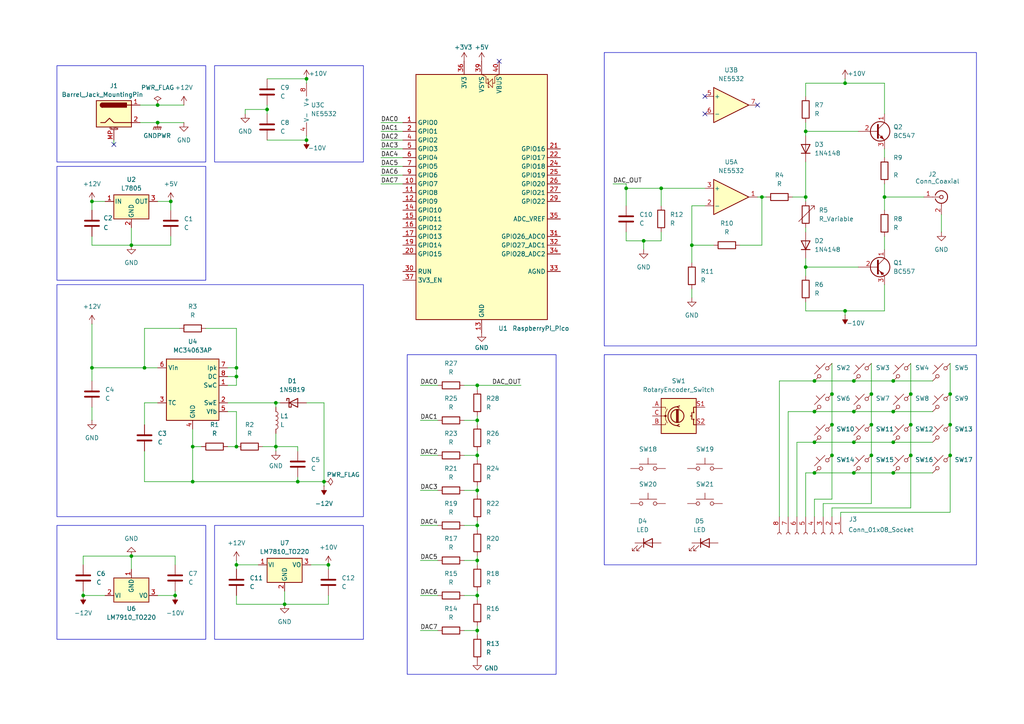
<source format=kicad_sch>
(kicad_sch (version 20231120) (generator "eeschema") (generator_version "8.0")
  (paper "A4")
  (junction (at 138.43 162.56))
  (junction (at 93.98 139.7))
  (junction (at 233.68 38.1))
  (junction (at 50.8 172.72))
  (junction (at 38.1 71.12))
  (junction (at 241.3 123.19))
  (junction (at 45.72 35.56))
  (junction (at 264.16 123.19))
  (junction (at 233.68 77.47))
  (junction (at 138.43 182.88))
  (junction (at 264.16 132.08))
  (junction (at 220.98 57.15))
  (junction (at 241.3 132.08))
  (junction (at 241.3 114.3))
  (junction (at 236.22 110.49))
  (junction (at 259.08 119.38))
  (junction (at 88.9 22.86))
  (junction (at 191.77 54.61))
  (junction (at 138.43 111.76))
  (junction (at 247.65 119.38))
  (junction (at 259.08 110.49))
  (junction (at 186.69 69.85))
  (junction (at 200.66 71.12))
  (junction (at 252.73 132.08))
  (junction (at 138.43 132.08))
  (junction (at 245.11 90.17))
  (junction (at 68.58 106.68))
  (junction (at 68.58 129.54))
  (junction (at 256.54 57.15))
  (junction (at 26.67 58.42))
  (junction (at 77.47 31.75))
  (junction (at 252.73 123.19))
  (junction (at 68.58 109.22))
  (junction (at 233.68 57.15))
  (junction (at 264.16 114.3))
  (junction (at 181.61 54.61))
  (junction (at 55.88 139.7))
  (junction (at 38.1 161.29))
  (junction (at 275.59 132.08))
  (junction (at 88.9 40.64))
  (junction (at 138.43 142.24))
  (junction (at 26.67 106.68))
  (junction (at 80.01 129.54))
  (junction (at 95.25 163.83))
  (junction (at 236.22 128.27))
  (junction (at 86.36 139.7))
  (junction (at 80.01 116.84))
  (junction (at 82.55 175.26))
  (junction (at 259.08 137.16))
  (junction (at 247.65 110.49))
  (junction (at 138.43 152.4))
  (junction (at 252.73 114.3))
  (junction (at 245.11 24.13))
  (junction (at 138.43 172.72))
  (junction (at 41.91 106.68))
  (junction (at 45.72 30.48))
  (junction (at 275.59 123.19))
  (junction (at 236.22 119.38))
  (junction (at 55.88 129.54))
  (junction (at 236.22 137.16))
  (junction (at 259.08 128.27))
  (junction (at 68.58 163.83))
  (junction (at 247.65 137.16))
  (junction (at 138.43 121.92))
  (junction (at 49.53 58.42))
  (junction (at 247.65 128.27))
  (junction (at 24.13 172.72))
  (junction (at 275.59 114.3))
  (no_connect (at 204.47 33.02))
  (no_connect (at 204.47 27.94))
  (no_connect (at 144.78 17.78))
  (no_connect (at 219.71 30.48))
  (no_connect (at 33.02 41.91))
  (wire (pts (xy 181.61 67.31) (xy 181.61 69.85)))
  (wire (pts (xy 110.49 53.34) (xy 116.84 53.34)))
  (wire (pts (xy 121.92 172.72) (xy 127 172.72)))
  (wire (pts (xy 38.1 161.29) (xy 50.8 161.29)))
  (wire (pts (xy 177.8 53.34) (xy 181.61 53.34)))
  (wire (pts (xy 134.62 182.88) (xy 138.43 182.88)))
  (wire (pts (xy 77.47 22.86) (xy 88.9 22.86)))
  (wire (pts (xy 256.54 68.58) (xy 256.54 72.39)))
  (wire (pts (xy 233.68 77.47) (xy 248.92 77.47)))
  (wire (pts (xy 68.58 163.83) (xy 74.93 163.83)))
  (wire (pts (xy 233.68 38.1) (xy 233.68 39.37)))
  (wire (pts (xy 45.72 58.42) (xy 49.53 58.42)))
  (wire (pts (xy 138.43 123.19) (xy 138.43 121.92)))
  (wire (pts (xy 24.13 172.72) (xy 30.48 172.72)))
  (wire (pts (xy 110.49 48.26) (xy 116.84 48.26)))
  (wire (pts (xy 226.06 110.49) (xy 226.06 149.86)))
  (wire (pts (xy 236.22 149.86) (xy 236.22 144.78)))
  (wire (pts (xy 186.69 69.85) (xy 191.77 69.85)))
  (wire (pts (xy 219.71 57.15) (xy 220.98 57.15)))
  (wire (pts (xy 256.54 57.15) (xy 256.54 60.96)))
  (wire (pts (xy 40.64 35.56) (xy 45.72 35.56)))
  (wire (pts (xy 110.49 43.18) (xy 116.84 43.18)))
  (wire (pts (xy 41.91 95.25) (xy 52.07 95.25)))
  (wire (pts (xy 134.62 142.24) (xy 138.43 142.24)))
  (wire (pts (xy 26.67 58.42) (xy 30.48 58.42)))
  (wire (pts (xy 247.65 110.49) (xy 236.22 110.49)))
  (wire (pts (xy 68.58 119.38) (xy 68.58 129.54)))
  (wire (pts (xy 121.92 142.24) (xy 127 142.24)))
  (wire (pts (xy 80.01 118.11) (xy 80.01 116.84)))
  (wire (pts (xy 138.43 182.88) (xy 138.43 181.61)))
  (wire (pts (xy 121.92 111.76) (xy 127 111.76)))
  (wire (pts (xy 138.43 142.24) (xy 138.43 140.97)))
  (wire (pts (xy 76.2 129.54) (xy 80.01 129.54)))
  (wire (pts (xy 191.77 54.61) (xy 191.77 59.69)))
  (wire (pts (xy 256.54 57.15) (xy 267.97 57.15)))
  (wire (pts (xy 88.9 22.86) (xy 88.9 24.13)))
  (wire (pts (xy 66.04 116.84) (xy 80.01 116.84)))
  (wire (pts (xy 264.16 132.08) (xy 264.16 147.32)))
  (wire (pts (xy 259.08 137.16) (xy 247.65 137.16)))
  (wire (pts (xy 138.43 121.92) (xy 138.43 120.65)))
  (wire (pts (xy 207.01 71.12) (xy 200.66 71.12)))
  (wire (pts (xy 233.68 137.16) (xy 233.68 149.86)))
  (wire (pts (xy 259.08 110.49) (xy 247.65 110.49)))
  (wire (pts (xy 134.62 132.08) (xy 138.43 132.08)))
  (wire (pts (xy 86.36 139.7) (xy 93.98 139.7)))
  (wire (pts (xy 181.61 53.34) (xy 181.61 54.61)))
  (wire (pts (xy 121.92 162.56) (xy 127 162.56)))
  (wire (pts (xy 88.9 116.84) (xy 93.98 116.84)))
  (wire (pts (xy 77.47 30.48) (xy 77.47 31.75)))
  (wire (pts (xy 40.64 30.48) (xy 45.72 30.48)))
  (wire (pts (xy 38.1 71.12) (xy 26.67 71.12)))
  (wire (pts (xy 233.68 35.56) (xy 233.68 38.1)))
  (wire (pts (xy 270.51 110.49) (xy 259.08 110.49)))
  (wire (pts (xy 41.91 106.68) (xy 41.91 95.25)))
  (wire (pts (xy 252.73 132.08) (xy 252.73 146.05)))
  (wire (pts (xy 26.67 118.11) (xy 26.67 121.92)))
  (wire (pts (xy 121.92 182.88) (xy 127 182.88)))
  (wire (pts (xy 252.73 114.3) (xy 252.73 123.19)))
  (wire (pts (xy 220.98 57.15) (xy 222.25 57.15)))
  (wire (pts (xy 134.62 162.56) (xy 138.43 162.56)))
  (wire (pts (xy 238.76 146.05) (xy 252.73 146.05)))
  (wire (pts (xy 59.69 95.25) (xy 68.58 95.25)))
  (wire (pts (xy 243.84 149.86) (xy 243.84 148.59)))
  (wire (pts (xy 82.55 171.45) (xy 82.55 175.26)))
  (wire (pts (xy 252.73 105.41) (xy 252.73 114.3)))
  (wire (pts (xy 38.1 71.12) (xy 49.53 71.12)))
  (wire (pts (xy 138.43 143.51) (xy 138.43 142.24)))
  (wire (pts (xy 41.91 116.84) (xy 45.72 116.84)))
  (wire (pts (xy 264.16 123.19) (xy 264.16 132.08)))
  (wire (pts (xy 138.43 133.35) (xy 138.43 132.08)))
  (wire (pts (xy 41.91 106.68) (xy 45.72 106.68)))
  (wire (pts (xy 214.63 71.12) (xy 220.98 71.12)))
  (wire (pts (xy 38.1 161.29) (xy 38.1 165.1)))
  (wire (pts (xy 233.68 80.01) (xy 233.68 77.47)))
  (wire (pts (xy 71.12 33.02) (xy 71.12 31.75)))
  (wire (pts (xy 231.14 128.27) (xy 231.14 149.86)))
  (wire (pts (xy 233.68 67.31) (xy 233.68 66.04)))
  (wire (pts (xy 233.68 24.13) (xy 245.11 24.13)))
  (wire (pts (xy 110.49 50.8) (xy 116.84 50.8)))
  (wire (pts (xy 66.04 109.22) (xy 68.58 109.22)))
  (wire (pts (xy 204.47 59.69) (xy 200.66 59.69)))
  (wire (pts (xy 233.68 38.1) (xy 248.92 38.1)))
  (wire (pts (xy 66.04 129.54) (xy 68.58 129.54)))
  (wire (pts (xy 241.3 149.86) (xy 241.3 147.32)))
  (wire (pts (xy 80.01 129.54) (xy 86.36 129.54)))
  (wire (pts (xy 233.68 77.47) (xy 233.68 74.93)))
  (wire (pts (xy 38.1 66.04) (xy 38.1 71.12)))
  (wire (pts (xy 228.6 119.38) (xy 228.6 149.86)))
  (wire (pts (xy 134.62 152.4) (xy 138.43 152.4)))
  (wire (pts (xy 229.87 57.15) (xy 233.68 57.15)))
  (wire (pts (xy 68.58 111.76) (xy 68.58 109.22)))
  (wire (pts (xy 138.43 152.4) (xy 138.43 151.13)))
  (wire (pts (xy 273.05 62.23) (xy 273.05 67.31)))
  (wire (pts (xy 241.3 144.78) (xy 241.3 132.08)))
  (wire (pts (xy 247.65 119.38) (xy 236.22 119.38)))
  (wire (pts (xy 55.88 129.54) (xy 55.88 139.7)))
  (wire (pts (xy 68.58 175.26) (xy 82.55 175.26)))
  (wire (pts (xy 68.58 165.1) (xy 68.58 163.83)))
  (wire (pts (xy 204.47 54.61) (xy 191.77 54.61)))
  (wire (pts (xy 233.68 90.17) (xy 245.11 90.17)))
  (wire (pts (xy 77.47 31.75) (xy 77.47 33.02)))
  (wire (pts (xy 245.11 90.17) (xy 256.54 90.17)))
  (wire (pts (xy 49.53 58.42) (xy 49.53 60.96)))
  (wire (pts (xy 24.13 171.45) (xy 24.13 172.72)))
  (wire (pts (xy 233.68 58.42) (xy 233.68 57.15)))
  (wire (pts (xy 95.25 165.1) (xy 95.25 163.83)))
  (wire (pts (xy 241.3 123.19) (xy 241.3 114.3)))
  (wire (pts (xy 86.36 130.81) (xy 86.36 129.54)))
  (wire (pts (xy 200.66 59.69) (xy 200.66 71.12)))
  (wire (pts (xy 270.51 119.38) (xy 259.08 119.38)))
  (wire (pts (xy 24.13 161.29) (xy 24.13 163.83)))
  (wire (pts (xy 110.49 35.56) (xy 116.84 35.56)))
  (wire (pts (xy 55.88 139.7) (xy 86.36 139.7)))
  (wire (pts (xy 80.01 129.54) (xy 80.01 130.81)))
  (wire (pts (xy 121.92 121.92) (xy 127 121.92)))
  (wire (pts (xy 93.98 139.7) (xy 93.98 140.97)))
  (wire (pts (xy 50.8 171.45) (xy 50.8 172.72)))
  (wire (pts (xy 241.3 147.32) (xy 264.16 147.32)))
  (wire (pts (xy 236.22 110.49) (xy 226.06 110.49)))
  (wire (pts (xy 66.04 106.68) (xy 68.58 106.68)))
  (wire (pts (xy 110.49 38.1) (xy 116.84 38.1)))
  (wire (pts (xy 66.04 119.38) (xy 68.58 119.38)))
  (wire (pts (xy 95.25 172.72) (xy 95.25 175.26)))
  (wire (pts (xy 134.62 172.72) (xy 138.43 172.72)))
  (wire (pts (xy 77.47 40.64) (xy 88.9 40.64)))
  (wire (pts (xy 41.91 123.19) (xy 41.91 116.84)))
  (wire (pts (xy 41.91 139.7) (xy 55.88 139.7)))
  (wire (pts (xy 138.43 113.03) (xy 138.43 111.76)))
  (wire (pts (xy 247.65 137.16) (xy 236.22 137.16)))
  (wire (pts (xy 41.91 130.81) (xy 41.91 139.7)))
  (wire (pts (xy 49.53 68.58) (xy 49.53 71.12)))
  (wire (pts (xy 245.11 24.13) (xy 256.54 24.13)))
  (wire (pts (xy 138.43 184.15) (xy 138.43 182.88)))
  (wire (pts (xy 33.02 41.91) (xy 33.02 40.64)))
  (wire (pts (xy 26.67 68.58) (xy 26.67 71.12)))
  (wire (pts (xy 68.58 172.72) (xy 68.58 175.26)))
  (wire (pts (xy 121.92 132.08) (xy 127 132.08)))
  (wire (pts (xy 134.62 121.92) (xy 138.43 121.92)))
  (wire (pts (xy 186.69 69.85) (xy 186.69 72.39)))
  (wire (pts (xy 256.54 33.02) (xy 256.54 24.13)))
  (wire (pts (xy 66.04 111.76) (xy 68.58 111.76)))
  (wire (pts (xy 236.22 137.16) (xy 233.68 137.16)))
  (wire (pts (xy 26.67 106.68) (xy 41.91 106.68)))
  (wire (pts (xy 270.51 137.16) (xy 259.08 137.16)))
  (wire (pts (xy 236.22 144.78) (xy 241.3 144.78)))
  (wire (pts (xy 275.59 123.19) (xy 275.59 132.08)))
  (wire (pts (xy 264.16 105.41) (xy 264.16 114.3)))
  (wire (pts (xy 233.68 46.99) (xy 233.68 57.15)))
  (wire (pts (xy 200.66 71.12) (xy 200.66 76.2)))
  (wire (pts (xy 138.43 172.72) (xy 138.43 171.45)))
  (wire (pts (xy 247.65 128.27) (xy 236.22 128.27)))
  (wire (pts (xy 245.11 91.44) (xy 245.11 90.17)))
  (wire (pts (xy 93.98 116.84) (xy 93.98 139.7)))
  (wire (pts (xy 138.43 153.67) (xy 138.43 152.4)))
  (wire (pts (xy 26.67 106.68) (xy 26.67 110.49)))
  (wire (pts (xy 138.43 163.83) (xy 138.43 162.56)))
  (wire (pts (xy 259.08 128.27) (xy 247.65 128.27)))
  (wire (pts (xy 45.72 30.48) (xy 53.34 30.48)))
  (wire (pts (xy 243.84 148.59) (xy 275.59 148.59)))
  (wire (pts (xy 68.58 95.25) (xy 68.58 106.68)))
  (wire (pts (xy 90.17 163.83) (xy 95.25 163.83)))
  (wire (pts (xy 238.76 149.86) (xy 238.76 146.05)))
  (wire (pts (xy 252.73 123.19) (xy 252.73 132.08)))
  (wire (pts (xy 50.8 161.29) (xy 50.8 163.83)))
  (wire (pts (xy 259.08 119.38) (xy 247.65 119.38)))
  (wire (pts (xy 233.68 24.13) (xy 233.68 27.94)))
  (wire (pts (xy 71.12 31.75) (xy 77.47 31.75)))
  (wire (pts (xy 233.68 90.17) (xy 233.68 87.63)))
  (wire (pts (xy 68.58 162.56) (xy 68.58 163.83)))
  (wire (pts (xy 45.72 35.56) (xy 53.34 35.56)))
  (wire (pts (xy 134.62 111.76) (xy 138.43 111.76)))
  (wire (pts (xy 68.58 106.68) (xy 68.58 109.22)))
  (wire (pts (xy 26.67 58.42) (xy 26.67 60.96)))
  (wire (pts (xy 82.55 175.26) (xy 95.25 175.26)))
  (wire (pts (xy 270.51 128.27) (xy 259.08 128.27)))
  (wire (pts (xy 256.54 53.34) (xy 256.54 57.15)))
  (wire (pts (xy 110.49 45.72) (xy 116.84 45.72)))
  (wire (pts (xy 86.36 138.43) (xy 86.36 139.7)))
  (wire (pts (xy 45.72 172.72) (xy 50.8 172.72)))
  (wire (pts (xy 241.3 132.08) (xy 241.3 123.19)))
  (wire (pts (xy 110.49 40.64) (xy 116.84 40.64)))
  (wire (pts (xy 24.13 161.29) (xy 38.1 161.29)))
  (wire (pts (xy 220.98 57.15) (xy 220.98 71.12)))
  (wire (pts (xy 58.42 129.54) (xy 55.88 129.54)))
  (wire (pts (xy 181.61 54.61) (xy 181.61 59.69)))
  (wire (pts (xy 138.43 173.99) (xy 138.43 172.72)))
  (wire (pts (xy 200.66 83.82) (xy 200.66 86.36)))
  (wire (pts (xy 88.9 40.64) (xy 88.9 39.37)))
  (wire (pts (xy 181.61 54.61) (xy 191.77 54.61)))
  (wire (pts (xy 256.54 43.18) (xy 256.54 45.72)))
  (wire (pts (xy 275.59 114.3) (xy 275.59 123.19)))
  (wire (pts (xy 191.77 67.31) (xy 191.77 69.85)))
  (wire (pts (xy 181.61 69.85) (xy 186.69 69.85)))
  (wire (pts (xy 138.43 111.76) (xy 151.13 111.76)))
  (wire (pts (xy 264.16 114.3) (xy 264.16 123.19)))
  (wire (pts (xy 121.92 152.4) (xy 127 152.4)))
  (wire (pts (xy 138.43 162.56) (xy 138.43 161.29)))
  (wire (pts (xy 80.01 125.73) (xy 80.01 129.54)))
  (wire (pts (xy 241.3 114.3) (xy 241.3 105.41)))
  (wire (pts (xy 236.22 119.38) (xy 228.6 119.38)))
  (wire (pts (xy 138.43 132.08) (xy 138.43 130.81)))
  (wire (pts (xy 256.54 82.55) (xy 256.54 90.17)))
  (wire (pts (xy 245.11 22.86) (xy 245.11 24.13)))
  (wire (pts (xy 275.59 132.08) (xy 275.59 148.59)))
  (wire (pts (xy 26.67 93.98) (xy 26.67 106.68)))
  (wire (pts (xy 275.59 105.41) (xy 275.59 114.3)))
  (wire (pts (xy 236.22 128.27) (xy 231.14 128.27)))
  (wire (pts (xy 55.88 124.46) (xy 55.88 129.54)))
  (wire (pts (xy 80.01 116.84) (xy 81.28 116.84)))
  (rectangle (start 16.51 152.4) (end 59.69 185.42))
  (rectangle (start 16.51 82.55) (end 105.41 149.86))
  (rectangle (start 62.23 152.4) (end 105.41 185.42))
  (rectangle (start 16.51 48.26) (end 59.69 81.28))
  (rectangle (start 62.23 19.05) (end 105.41 46.99))
  (rectangle (start 175.26 102.87) (end 283.21 163.83))
  (rectangle (start 118.11 102.87) (end 161.29 195.58))
  (rectangle (start 175.26 15.24) (end 283.21 100.33))
  (rectangle (start 16.51 19.05) (end 59.69 46.99))
  (label "DAC4" (at 110.49 45.72 0))
  (label "DAC7" (at 110.49 53.34 0))
  (label "DAC3" (at 121.92 142.24 0))
  (label "DAC0" (at 121.92 111.76 0))
  (label "DAC3" (at 110.49 43.18 0))
  (label "DAC6" (at 121.92 172.72 0))
  (label "DAC2" (at 121.92 132.08 0))
  (label "DAC4" (at 121.92 152.4 0))
  (label "DAC1" (at 121.92 121.92 0))
  (label "DAC5" (at 110.49 48.26 0))
  (label "DAC6" (at 110.49 50.8 0))
  (label "DAC_OUT" (at 177.8 53.34 0))
  (label "DAC0" (at 110.49 35.56 0))
  (label "DAC_OUT" (at 151.13 111.76 180))
  (label "DAC7" (at 121.92 182.88 0))
  (label "DAC1" (at 110.49 38.1 0))
  (label "DAC5" (at 121.92 162.56 0))
  (label "DAC2" (at 110.49 40.64 0))
  (symbol (lib_id "power:-10V") (at 88.9 40.64 180) (unit 1)
    (property "Reference" "#PWR024" (effects (hide yes)))
    (property "Value" "-10V" (at 91.948 42.926 0))
    (property "Description" "Power symbol creates a global label with name \"-10V\"" (effects (hide yes)))
  )
  (symbol (lib_id "Switch:SW_Push_45deg") (at 250.19 116.84 90) (unit 1)
    (property "Reference" "SW7" (at 254 115.5699 90) (effects (justify right)))
    (property "Value" "SW_Push_45deg" (effects (hide yes)))
    (property "Description" "Push button switch, normally open, two pins, 45° tilted" (effects (hide yes)))
  )
  (symbol (lib_id "Device:R") (at 210.82 71.12 90) (unit 1)
    (property "Reference" "R10" (at 210.82 64.77 90))
    (property "Value" "R" (at 210.82 67.31 90))
    (property "Description" "Resistor" (effects (hide yes)))
  )
  (symbol (lib_id "power:+10V") (at 245.11 22.86 0) (unit 1)
    (property "Reference" "#PWR028" (effects (hide yes)))
    (property "Value" "+10V" (at 248.412 21.336 0))
    (property "Description" "Power symbol creates a global label with name \"+10V\"" (effects (hide yes)))
  )
  (symbol (lib_id "Switch:SW_Push") (at 204.47 135.89 0) (unit 1)
    (property "Reference" "SW19" (at 204.47 130.302 0))
    (property "Value" "SW_Push" (effects (hide yes)))
    (property "Description" "Push button switch, generic, two pins" (effects (hide yes)))
  )
  (symbol (lib_id "power:GNDPWR") (at 45.72 35.56 0) (unit 1)
    (property "Reference" "#PWR03" (effects (hide yes)))
    (property "Value" "GNDPWR" (at 45.593 39.37 0))
    (property "Description" "Power symbol creates a global label with name \"GNDPWR\" , global ground" (effects (hide yes)))
  )
  (symbol (lib_id "power:+5V") (at 139.7 17.78 0) (unit 1)
    (property "Reference" "#PWR026" (effects (hide yes)))
    (property "Value" "+5V" (at 139.7 13.716 0))
    (property "Description" "Power symbol creates a global label with name \"+5V\"" (effects (hide yes)))
  )
  (symbol (lib_id "Diode:1N4148") (at 233.68 71.12 90) (unit 1)
    (property "Reference" "D2" (at 236.22 69.8499 90) (effects (justify right)))
    (property "Value" "1N4148" (at 236.22 72.3899 90) (effects (justify right)))
    (property "Footprint" "Diode_THT:D_DO-35_SOD27_P7.62mm_Horizontal" (effects (hide yes)))
    (property "Datasheet" "https://assets.nexperia.com/documents/data-sheet/1N4148_1N4448.pdf" (effects (hide yes)))
    (property "Description" "100V 0.15A standard switching diode, DO-35" (effects (hide yes)))
    (property "Sim.Device" "D" (effects (hide yes)))
    (property "Sim.Pins" "1=K 2=A" (effects (hide yes)))
  )
  (symbol (lib_id "Device:R") (at 138.43 167.64 180) (unit 1)
    (property "Reference" "R18" (at 140.97 166.3699 0) (effects (justify right)))
    (property "Value" "R" (at 140.97 168.9099 0) (effects (justify right)))
    (property "Description" "Resistor" (effects (hide yes)))
  )
  (symbol (lib_id "Device:R") (at 226.06 57.15 90) (unit 1)
    (property "Reference" "R4" (at 226.06 50.8 90))
    (property "Value" "R" (at 226.06 53.34 90))
    (property "Description" "Resistor" (effects (hide yes)))
  )
  (symbol (lib_id "Switch:SW_Push_45deg") (at 261.62 107.95 90) (unit 1)
    (property "Reference" "SW4" (at 265.43 106.6799 90) (effects (justify right)))
    (property "Value" "SW_Push_45deg" (effects (hide yes)))
    (property "Description" "Push button switch, normally open, two pins, 45° tilted" (effects (hide yes)))
  )
  (symbol (lib_id "Device:R") (at 233.68 83.82 180) (unit 1)
    (property "Reference" "R6" (at 236.22 82.5499 0) (effects (justify right)))
    (property "Value" "R" (at 236.22 85.0899 0) (effects (justify right)))
    (property "Description" "Resistor" (effects (hide yes)))
  )
  (symbol (lib_id "Device:R") (at 256.54 49.53 180) (unit 1)
    (property "Reference" "R9" (at 259.08 45.7199 0) (effects (justify right)))
    (property "Value" "R" (at 259.08 50.7999 0) (effects (justify right)))
    (property "Description" "Resistor" (effects (hide yes)))
  )
  (symbol (lib_id "Device:R") (at 130.81 111.76 270) (unit 1)
    (property "Reference" "R27" (at 130.81 105.41 90))
    (property "Value" "R" (at 130.81 107.95 90))
    (property "Description" "Resistor" (effects (hide yes)))
  )
  (symbol (lib_id "Transistor_BJT:BC557") (at 254 77.47 0) (unit 1)
    (property "Reference" "Q1" (at 259.08 76.1999 0) (effects (justify left)))
    (property "Value" "BC557" (at 259.08 78.7399 0) (effects (justify left)))
    (property "Footprint" "Package_TO_SOT_THT:TO-92_Inline" (effects (hide yes)))
    (property "Datasheet" "https://www.onsemi.com/pub/Collateral/BC556BTA-D.pdf" (effects (hide yes)))
    (property "Description" "0.1A Ic, 45V Vce, PNP Small Signal Transistor, TO-92" (effects (hide yes)))
  )
  (symbol (lib_id "Amplifier_Operational:NE5532") (at 212.09 57.15 0) (unit 1)
    (property "Reference" "U5" (at 212.09 46.99 0))
    (property "Value" "NE5532" (at 212.09 49.53 0))
    (property "Datasheet" "http://www.ti.com/lit/ds/symlink/ne5532.pdf" (effects (hide yes)))
    (property "Description" "Dual Low-Noise Operational Amplifiers, DIP-8/SOIC-8" (effects (hide yes)))
  )
  (symbol (lib_id "power:GND") (at 186.69 72.39 0) (unit 1)
    (property "Reference" "#PWR014" (effects (hide yes)))
    (property "Value" "GND" (at 186.69 77.47 0))
    (property "Description" "Power symbol creates a global label with name \"GND\" , ground" (effects (hide yes)))
  )
  (symbol (lib_id "Switch:SW_Push_45deg") (at 238.76 134.62 90) (unit 1)
    (property "Reference" "SW14" (at 242.57 133.3499 90) (effects (justify right)))
    (property "Value" "SW_Push_45deg" (effects (hide yes)))
    (property "Description" "Push button switch, normally open, two pins, 45° tilted" (effects (hide yes)))
  )
  (symbol (lib_id "power:-10V") (at 50.8 172.72 180) (unit 1)
    (property "Reference" "#PWR019" (effects (hide yes)))
    (property "Value" "-10V" (at 50.8 177.8 0))
    (property "Description" "Power symbol creates a global label with name \"-10V\"" (effects (hide yes)))
  )
  (symbol (lib_id "Device:C") (at 41.91 127 0) (unit 1)
    (property "Reference" "C3" (at 45.72 125.7299 0) (effects (justify left)))
    (property "Value" "C" (at 45.72 128.2699 0) (effects (justify left)))
    (property "Description" "Unpolarized capacitor" (effects (hide yes)))
  )
  (symbol (lib_id "power:+10V") (at 88.9 22.86 0) (unit 1)
    (property "Reference" "#PWR023" (effects (hide yes)))
    (property "Value" "+10V" (at 92.202 21.336 0))
    (property "Description" "Power symbol creates a global label with name \"+10V\"" (effects (hide yes)))
  )
  (symbol (lib_id "Device:L") (at 80.01 121.92 0) (unit 1)
    (property "Reference" "L1" (at 81.28 120.6499 0) (effects (justify left)))
    (property "Value" "L" (at 81.28 123.1899 0) (effects (justify left)))
    (property "Description" "Inductor" (effects (hide yes)))
  )
  (symbol (lib_id "Regulator_Linear:LM7910_TO220") (at 38.1 172.72 0) (unit 1)
    (property "Reference" "U6" (at 38.1 176.53 0))
    (property "Value" "LM7910_TO220" (at 38.1 179.07 0))
    (property "Footprint" "Package_TO_SOT_THT:TO-220-3_Vertical" (effects (hide yes)))
    (property "Datasheet" "https://www.onsemi.com/pub/Collateral/MC7900-D.PDF" (effects (hide yes)))
    (property "Description" "Negative 1A 35V Linear Regulator, Fixed Output 10V, TO-220" (effects (hide yes)))
  )
  (symbol (lib_id "power:GND") (at 38.1 71.12 0) (unit 1)
    (property "Reference" "#PWR04" (effects (hide yes)))
    (property "Value" "GND" (at 38.1 76.2 0))
    (property "Description" "Power symbol creates a global label with name \"GND\" , ground" (effects (hide yes)))
  )
  (symbol (lib_id "Device:R") (at 55.88 95.25 90) (unit 1)
    (property "Reference" "R3" (at 55.88 88.9 90))
    (property "Value" "R" (at 55.88 91.44 90))
    (property "Description" "Resistor" (effects (hide yes)))
  )
  (symbol (lib_id "Switch:SW_Push_45deg") (at 238.76 116.84 90) (unit 1)
    (property "Reference" "SW6" (at 242.57 115.5699 90) (effects (justify right)))
    (property "Value" "SW_Push_45deg" (effects (hide yes)))
    (property "Description" "Push button switch, normally open, two pins, 45° tilted" (effects (hide yes)))
  )
  (symbol (lib_id "Device:C") (at 77.47 36.83 0) (unit 1)
    (property "Reference" "C8" (at 81.28 35.5599 0) (effects (justify left)))
    (property "Value" "C" (at 81.28 38.0999 0) (effects (justify left)))
    (property "Description" "Unpolarized capacitor" (effects (hide yes)))
  )
  (symbol (lib_id "Device:C") (at 181.61 63.5 0) (unit 1)
    (property "Reference" "C10" (at 185.42 62.2299 0) (effects (justify left)))
    (property "Value" "C" (at 185.42 64.7699 0) (effects (justify left)))
    (property "Description" "Unpolarized capacitor" (effects (hide yes)))
  )
  (symbol (lib_id "Device:R") (at 130.81 121.92 270) (unit 1)
    (property "Reference" "R25" (at 130.81 115.57 90))
    (property "Value" "R" (at 130.81 118.11 90))
    (property "Description" "Resistor" (effects (hide yes)))
  )
  (symbol (lib_id "Switch:SW_Push_45deg") (at 261.62 134.62 90) (unit 1)
    (property "Reference" "SW16" (at 265.43 133.3499 90) (effects (justify right)))
    (property "Value" "SW_Push_45deg" (effects (hide yes)))
    (property "Description" "Push button switch, normally open, two pins, 45° tilted" (effects (hide yes)))
  )
  (symbol (lib_id "Device:R") (at 138.43 147.32 180) (unit 1)
    (property "Reference" "R22" (at 140.97 146.0499 0) (effects (justify right)))
    (property "Value" "R" (at 140.97 148.5899 0) (effects (justify right)))
    (property "Description" "Resistor" (effects (hide yes)))
  )
  (symbol (lib_id "Switch:SW_Push_45deg") (at 273.05 116.84 90) (unit 1)
    (property "Reference" "SW9" (at 276.86 115.5699 90) (effects (justify right)))
    (property "Value" "SW_Push_45deg" (effects (hide yes)))
    (property "Description" "Push button switch, normally open, two pins, 45° tilted" (effects (hide yes)))
  )
  (symbol (lib_id "MCU_Module_RaspberryPi_Pico:RaspberryPi_Pico") (at 139.7 58.42 0) (unit 1)
    (property "Reference" "U1" (at 144.526 95.25 0) (effects (justify left)))
    (property "Value" "RaspberryPi_Pico" (at 148.59 95.25 0) (effects (justify left)))
    (property "Footprint" "Module_RaspberryPi_Pico:RaspberryPi_Pico_Common" (effects (hide yes)))
    (property "Datasheet" "https://datasheets.raspberrypi.com/pico/pico-datasheet.pdf" (effects (hide yes)))
    (property "Description" "Versatile and inexpensive microcontroller module (with full pinout for reflow soldering) powered by RP2040 dual-core Arm Cortex-M0+ processor up to 133 MHz, 264kB SRAM, 2MB QSPI flash" (effects (hide yes)))
  )
  (symbol (lib_id "power:-10V") (at 245.11 91.44 180) (unit 1)
    (property "Reference" "#PWR029" (effects (hide yes)))
    (property "Value" "-10V" (at 248.158 93.726 0))
    (property "Description" "Power symbol creates a global label with name \"-10V\"" (effects (hide yes)))
  )
  (symbol (lib_id "Device:R") (at 62.23 129.54 90) (unit 1)
    (property "Reference" "R1" (at 62.23 123.19 90))
    (property "Value" "R" (at 62.23 125.73 90))
    (property "Description" "Resistor" (effects (hide yes)))
  )
  (symbol (lib_id "Diode:1N5819") (at 85.09 116.84 0) (unit 1)
    (property "Reference" "D1" (at 84.7725 110.49 0))
    (property "Value" "1N5819" (at 84.7725 113.03 0))
    (property "Footprint" "Diode_THT:D_DO-41_SOD81_P10.16mm_Horizontal" (effects (hide yes)))
    (property "Datasheet" "http://www.vishay.com/docs/88525/1n5817.pdf" (effects (hide yes)))
    (property "Description" "40V 1A Schottky Barrier Rectifier Diode, DO-41" (effects (hide yes)))
  )
  (symbol (lib_id "Switch:SW_Push_45deg") (at 238.76 107.95 90) (unit 1)
    (property "Reference" "SW2" (at 242.57 106.6799 90) (effects (justify right)))
    (property "Value" "SW_Push_45deg" (effects (hide yes)))
    (property "Description" "Push button switch, normally open, two pins, 45° tilted" (effects (hide yes)))
  )
  (symbol (lib_id "Device:R") (at 130.81 172.72 270) (unit 1)
    (property "Reference" "R15" (at 130.81 166.37 90))
    (property "Value" "R" (at 130.81 168.91 90))
    (property "Description" "Resistor" (effects (hide yes)))
  )
  (symbol (lib_id "power:GND") (at 273.05 67.31 0) (unit 1)
    (property "Reference" "#PWR018" (effects (hide yes)))
    (property "Value" "GND" (at 273.05 72.39 0))
    (property "Description" "Power symbol creates a global label with name \"GND\" , ground" (effects (hide yes)))
  )
  (symbol (lib_id "Device:RotaryEncoder_Switch") (at 196.85 120.65 0) (unit 1)
    (property "Reference" "SW1" (at 196.85 110.49 0))
    (property "Value" "RotaryEncoder_Switch" (at 196.85 113.03 0))
    (property "Description" "Rotary encoder, dual channel, incremental quadrate outputs, with switch" (effects (hide yes)))
  )
  (symbol (lib_id "Device:C") (at 24.13 167.64 0) (unit 1)
    (property "Reference" "C6" (at 27.94 166.3699 0) (effects (justify left)))
    (property "Value" "C" (at 27.94 168.9099 0) (effects (justify left)))
    (property "Description" "Unpolarized capacitor" (effects (hide yes)))
  )
  (symbol (lib_id "power:+12V") (at 26.67 93.98 0) (unit 1)
    (property "Reference" "#PWR07" (effects (hide yes)))
    (property "Value" "+12V" (at 26.67 88.9 0))
    (property "Description" "Power symbol creates a global label with name \"+12V\"" (effects (hide yes)))
  )
  (symbol (lib_id "Switch:SW_Push_45deg") (at 273.05 125.73 90) (unit 1)
    (property "Reference" "SW13" (at 276.86 124.4599 90) (effects (justify right)))
    (property "Value" "SW_Push_45deg" (effects (hide yes)))
    (property "Description" "Push button switch, normally open, two pins, 45° tilted" (effects (hide yes)))
  )
  (symbol (lib_id "power:+12V") (at 68.58 162.56 0) (unit 1)
    (property "Reference" "#PWR020" (effects (hide yes)))
    (property "Value" "+12V" (at 68.58 157.48 0))
    (property "Description" "Power symbol creates a global label with name \"+12V\"" (effects (hide yes)))
  )
  (symbol (lib_id "power:-12V") (at 93.98 140.97 180) (unit 1)
    (property "Reference" "#PWR09" (effects (hide yes)))
    (property "Value" "-12V" (at 93.98 146.05 0))
    (property "Description" "Power symbol creates a global label with name \"-12V\"" (effects (hide yes)))
  )
  (symbol (lib_id "power:+5V") (at 49.53 58.42 0) (unit 1)
    (property "Reference" "#PWR06" (effects (hide yes)))
    (property "Value" "+5V" (at 49.53 53.34 0))
    (property "Description" "Power symbol creates a global label with name \"+5V\"" (effects (hide yes)))
  )
  (symbol (lib_id "power:GND") (at 139.7 96.52 0) (unit 1)
    (property "Reference" "#PWR027" (effects (hide yes)))
    (property "Value" "GND" (at 139.7 100.838 0))
    (property "Description" "Power symbol creates a global label with name \"GND\" , ground" (effects (hide yes)))
  )
  (symbol (lib_id "Device:C") (at 77.47 26.67 0) (unit 1)
    (property "Reference" "C9" (at 81.28 25.3999 0) (effects (justify left)))
    (property "Value" "C" (at 81.28 27.9399 0) (effects (justify left)))
    (property "Description" "Unpolarized capacitor" (effects (hide yes)))
  )
  (symbol (lib_id "Regulator_Linear:L7805") (at 38.1 58.42 0) (unit 1)
    (property "Reference" "U2" (at 38.1 52.07 0))
    (property "Value" "L7805" (at 38.1 54.61 0))
    (property "Footprint" "Package_TO_SOT_SMD:TO-252-3_TabPin2" (effects (hide yes)))
    (property "Datasheet" "http://www.st.com/content/ccc/resource/technical/document/datasheet/41/4f/b3/b0/12/d4/47/88/CD00000444.pdf/files/CD00000444.pdf/jcr:content/translations/en.CD00000444.pdf" (effects (hide yes)))
    (property "Description" "Positive 1.5A 35V Linear Regulator, Fixed Output 5V, TO-220/TO-263/TO-252" (effects (hide yes)))
  )
  (symbol (lib_id "Connector:Conn_01x08_Socket") (at 236.22 154.94 270) (unit 1)
    (property "Reference" "J3" (at 247.396 150.622 90))
    (property "Value" "Conn_01x08_Socket" (at 255.524 153.67 90))
    (property "Description" "Generic connector, single row, 01x08, script generated" (effects (hide yes)))
  )
  (symbol (lib_id "Switch:SW_Push") (at 187.96 146.05 0) (unit 1)
    (property "Reference" "SW20" (at 187.96 140.462 0))
    (property "Value" "SW_Push" (effects (hide yes)))
    (property "Description" "Push button switch, generic, two pins" (effects (hide yes)))
  )
  (symbol (lib_id "power:PWR_FLAG") (at 45.72 30.48 0) (unit 1)
    (property "Reference" "#FLG01" (effects (hide yes)))
    (property "Value" "PWR_FLAG" (at 45.72 25.4 0))
    (property "Description" "Special symbol for telling ERC where power comes from" (effects (hide yes)))
  )
  (symbol (lib_id "Device:R") (at 138.43 157.48 180) (unit 1)
    (property "Reference" "R20" (at 140.97 156.2099 0) (effects (justify right)))
    (property "Value" "R" (at 140.97 158.7499 0) (effects (justify right)))
    (property "Description" "Resistor" (effects (hide yes)))
  )
  (symbol (lib_id "Device:R") (at 130.81 142.24 270) (unit 1)
    (property "Reference" "R21" (at 130.81 135.89 90))
    (property "Value" "R" (at 130.81 138.43 90))
    (property "Description" "Resistor" (effects (hide yes)))
  )
  (symbol (lib_id "power:GND") (at 82.55 175.26 0) (unit 1)
    (property "Reference" "#PWR022" (effects (hide yes)))
    (property "Value" "GND" (at 82.55 180.34 0))
    (property "Description" "Power symbol creates a global label with name \"GND\" , ground" (effects (hide yes)))
  )
  (symbol (lib_id "Amplifier_Operational:NE5532") (at 212.09 30.48 0) (unit 2)
    (property "Reference" "U3" (at 212.09 20.32 0))
    (property "Value" "NE5532" (at 212.09 22.86 0))
    (property "Datasheet" "http://www.ti.com/lit/ds/symlink/ne5532.pdf" (effects (hide yes)))
    (property "Description" "Dual Low-Noise Operational Amplifiers, DIP-8/SOIC-8" (effects (hide yes)))
  )
  (symbol (lib_id "power:+12V") (at 53.34 30.48 0) (unit 1)
    (property "Reference" "#PWR01" (effects (hide yes)))
    (property "Value" "+12V" (at 53.34 25.4 0))
    (property "Description" "Power symbol creates a global label with name \"+12V\"" (effects (hide yes)))
  )
  (symbol (lib_id "Diode:1N4148") (at 233.68 43.18 90) (unit 1)
    (property "Reference" "D3" (at 236.22 41.9099 90) (effects (justify right)))
    (property "Value" "1N4148" (at 236.22 44.4499 90) (effects (justify right)))
    (property "Footprint" "Diode_THT:D_DO-35_SOD27_P7.62mm_Horizontal" (effects (hide yes)))
    (property "Datasheet" "https://assets.nexperia.com/documents/data-sheet/1N4148_1N4448.pdf" (effects (hide yes)))
    (property "Description" "100V 0.15A standard switching diode, DO-35" (effects (hide yes)))
    (property "Sim.Device" "D" (effects (hide yes)))
    (property "Sim.Pins" "1=K 2=A" (effects (hide yes)))
  )
  (symbol (lib_id "Device:R") (at 130.81 132.08 270) (unit 1)
    (property "Reference" "R23" (at 130.81 125.73 90))
    (property "Value" "R" (at 130.81 128.27 90))
    (property "Description" "Resistor" (effects (hide yes)))
  )
  (symbol (lib_id "Switch:SW_Push") (at 204.47 146.05 0) (unit 1)
    (property "Reference" "SW21" (at 204.47 140.462 0))
    (property "Value" "SW_Push" (effects (hide yes)))
    (property "Description" "Push button switch, generic, two pins" (effects (hide yes)))
  )
  (symbol (lib_id "Switch:SW_Push_45deg") (at 261.62 125.73 90) (unit 1)
    (property "Reference" "SW12" (at 265.43 124.4599 90) (effects (justify right)))
    (property "Value" "SW_Push_45deg" (effects (hide yes)))
    (property "Description" "Push button switch, normally open, two pins, 45° tilted" (effects (hide yes)))
  )
  (symbol (lib_id "Device:C") (at 49.53 64.77 0) (unit 1)
    (property "Reference" "C1" (at 53.34 63.4999 0) (effects (justify left)))
    (property "Value" "C" (at 53.34 66.0399 0) (effects (justify left)))
    (property "Description" "Unpolarized capacitor" (effects (hide yes)))
  )
  (symbol (lib_id "Device:R") (at 130.81 152.4 270) (unit 1)
    (property "Reference" "R19" (at 130.81 146.05 90))
    (property "Value" "R" (at 130.81 148.59 90))
    (property "Description" "Resistor" (effects (hide yes)))
  )
  (symbol (lib_id "Switch:SW_Push_45deg") (at 250.19 107.95 90) (unit 1)
    (property "Reference" "SW3" (at 254 106.6799 90) (effects (justify right)))
    (property "Value" "SW_Push_45deg" (effects (hide yes)))
    (property "Description" "Push button switch, normally open, two pins, 45° tilted" (effects (hide yes)))
  )
  (symbol (lib_id "power:GND") (at 200.66 86.36 0) (unit 1)
    (property "Reference" "#PWR015" (effects (hide yes)))
    (property "Value" "GND" (at 200.66 91.44 0))
    (property "Description" "Power symbol creates a global label with name \"GND\" , ground" (effects (hide yes)))
  )
  (symbol (lib_id "Device:R") (at 233.68 31.75 180) (unit 1)
    (property "Reference" "R7" (at 236.22 30.4799 0) (effects (justify right)))
    (property "Value" "R" (at 236.22 33.0199 0) (effects (justify right)))
    (property "Description" "Resistor" (effects (hide yes)))
  )
  (symbol (lib_id "Switch:SW_Push_45deg") (at 273.05 134.62 90) (unit 1)
    (property "Reference" "SW17" (at 276.86 133.3499 90) (effects (justify right)))
    (property "Value" "SW_Push_45deg" (effects (hide yes)))
    (property "Description" "Push button switch, normally open, two pins, 45° tilted" (effects (hide yes)))
  )
  (symbol (lib_id "power:-12V") (at 24.13 172.72 180) (unit 1)
    (property "Reference" "#PWR08" (effects (hide yes)))
    (property "Value" "-12V" (at 24.13 177.8 0))
    (property "Description" "Power symbol creates a global label with name \"-12V\"" (effects (hide yes)))
  )
  (symbol (lib_id "Device:C") (at 86.36 134.62 0) (unit 1)
    (property "Reference" "C5" (at 90.17 133.3499 0) (effects (justify left)))
    (property "Value" "C" (at 90.17 135.8899 0) (effects (justify left)))
    (property "Description" "Unpolarized capacitor" (effects (hide yes)))
  )
  (symbol (lib_id "power:PWR_FLAG") (at 93.98 139.7 270) (unit 1)
    (property "Reference" "#FLG02" (effects (hide yes)))
    (property "Value" "PWR_FLAG" (at 94.742 137.668 90) (effects (justify left)))
    (property "Description" "Special symbol for telling ERC where power comes from" (effects (hide yes)))
  )
  (symbol (lib_id "power:+3V3") (at 134.62 17.78 0) (unit 1)
    (property "Reference" "#PWR016" (effects (hide yes)))
    (property "Value" "+3V3" (at 134.366 13.716 0))
    (property "Description" "Power symbol creates a global label with name \"+3V3\"" (effects (hide yes)))
  )
  (symbol (lib_id "Device:R") (at 256.54 64.77 180) (unit 1)
    (property "Reference" "R8" (at 259.08 63.4999 0) (effects (justify right)))
    (property "Value" "R" (at 259.08 66.0399 0) (effects (justify right)))
    (property "Description" "Resistor" (effects (hide yes)))
  )
  (symbol (lib_id "Device:R") (at 138.43 127 180) (unit 1)
    (property "Reference" "R26" (at 140.97 125.7299 0) (effects (justify right)))
    (property "Value" "R" (at 140.97 128.2699 0) (effects (justify right)))
    (property "Description" "Resistor" (effects (hide yes)))
  )
  (symbol (lib_id "Device:C") (at 68.58 168.91 0) (unit 1)
    (property "Reference" "C11" (at 72.39 167.6399 0) (effects (justify left)))
    (property "Value" "C" (at 72.39 170.1799 0) (effects (justify left)))
    (property "Description" "Unpolarized capacitor" (effects (hide yes)))
  )
  (symbol (lib_id "power:+12V") (at 26.67 58.42 0) (unit 1)
    (property "Reference" "#PWR05" (effects (hide yes)))
    (property "Value" "+12V" (at 26.67 53.34 0))
    (property "Description" "Power symbol creates a global label with name \"+12V\"" (effects (hide yes)))
  )
  (symbol (lib_id "Connector:Conn_Coaxial") (at 273.05 57.15 0) (unit 1)
    (property "Reference" "J2" (at 269.24 50.546 0) (effects (justify left)))
    (property "Value" "Conn_Coaxial" (at 265.43 52.578 0) (effects (justify left)))
    (property "Datasheet" " ~" (effects (hide yes)))
    (property "Description" "coaxial connector (BNC, SMA, SMB, SMC, Cinch/RCA, LEMO, ...)" (effects (hide yes)))
  )
  (symbol (lib_id "Device:R") (at 138.43 187.96 180) (unit 1)
    (property "Reference" "R13" (at 140.97 186.6899 0) (effects (justify right)))
    (property "Value" "R" (at 140.97 189.2299 0) (effects (justify right)))
    (property "Description" "Resistor" (effects (hide yes)))
  )
  (symbol (lib_id "Device:C") (at 95.25 168.91 0) (unit 1)
    (property "Reference" "C12" (at 99.06 167.6399 0) (effects (justify left)))
    (property "Value" "C" (at 99.06 170.1799 0) (effects (justify left)))
    (property "Description" "Unpolarized capacitor" (effects (hide yes)))
  )
  (symbol (lib_id "Device:LED") (at 204.47 157.48 0) (unit 1)
    (property "Reference" "D5" (at 202.8825 151.13 0))
    (property "Value" "LED" (at 202.8825 153.67 0))
    (property "Description" "Light emitting diode" (effects (hide yes)))
  )
  (symbol (lib_id "Device:R") (at 138.43 177.8 180) (unit 1)
    (property "Reference" "R16" (at 140.97 176.5299 0) (effects (justify right)))
    (property "Value" "R" (at 140.97 179.0699 0) (effects (justify right)))
    (property "Description" "Resistor" (effects (hide yes)))
  )
  (symbol (lib_id "power:GND") (at 80.01 130.81 0) (unit 1)
    (property "Reference" "#PWR011" (effects (hide yes)))
    (property "Value" "GND" (at 80.01 135.128 0))
    (property "Description" "Power symbol creates a global label with name \"GND\" , ground" (effects (hide yes)))
  )
  (symbol (lib_id "Transistor_BJT:BC547") (at 254 38.1 0) (unit 1)
    (property "Reference" "Q2" (at 259.08 36.8299 0) (effects (justify left)))
    (property "Value" "BC547" (at 259.08 39.3699 0) (effects (justify left)))
    (property "Footprint" "Package_TO_SOT_THT:TO-92_HandSolder" (effects (hide yes)))
    (property "Datasheet" "https://www.onsemi.com/pub/Collateral/BC550-D.pdf" (effects (hide yes)))
    (property "Description" "0.1A Ic, 45V Vce, Small Signal NPN Transistor, TO-92" (effects (hide yes)))
  )
  (symbol (lib_id "Switch:SW_Push_45deg") (at 273.05 107.95 90) (unit 1)
    (property "Reference" "SW5" (at 276.86 106.6799 90) (effects (justify right)))
    (property "Value" "SW_Push_45deg" (effects (hide yes)))
    (property "Description" "Push button switch, normally open, two pins, 45° tilted" (effects (hide yes)))
  )
  (symbol (lib_id "Device:R") (at 138.43 116.84 180) (unit 1)
    (property "Reference" "R28" (at 140.97 115.5699 0) (effects (justify right)))
    (property "Value" "R" (at 140.97 118.1099 0) (effects (justify right)))
    (property "Description" "Resistor" (effects (hide yes)))
  )
  (symbol (lib_id "Device:R") (at 191.77 63.5 180) (unit 1)
    (property "Reference" "R12" (at 194.31 62.2299 0) (effects (justify right)))
    (property "Value" "R" (at 194.31 64.7699 0) (effects (justify right)))
    (property "Description" "Resistor" (effects (hide yes)))
  )
  (symbol (lib_id "Regulator_Linear:LM7810_TO220") (at 82.55 163.83 0) (unit 1)
    (property "Reference" "U7" (at 82.55 157.48 0))
    (property "Value" "LM7810_TO220" (at 82.55 160.02 0))
    (property "Footprint" "Package_TO_SOT_THT:TO-220-3_Vertical" (effects (hide yes)))
    (property "Datasheet" "https://www.onsemi.cn/PowerSolutions/document/MC7800-D.PDF" (effects (hide yes)))
    (property "Description" "Positive 1A 35V Linear Regulator, Fixed Output 10V, TO-220" (effects (hide yes)))
  )
  (symbol (lib_id "power:GND") (at 38.1 161.29 180) (unit 1)
    (property "Reference" "#PWR012" (effects (hide yes)))
    (property "Value" "GND" (at 38.1 156.21 0))
    (property "Description" "Power symbol creates a global label with name \"GND\" , ground" (effects (hide yes)))
  )
  (symbol (lib_id "Switch:SW_Push") (at 187.96 135.89 0) (unit 1)
    (property "Reference" "SW18" (at 187.96 130.302 0))
    (property "Value" "SW_Push" (effects (hide yes)))
    (property "Description" "Push button switch, generic, two pins" (effects (hide yes)))
  )
  (symbol (lib_id "power:GND") (at 71.12 33.02 0) (unit 1)
    (property "Reference" "#PWR013" (effects (hide yes)))
    (property "Value" "GND" (at 71.12 38.1 0))
    (property "Description" "Power symbol creates a global label with name \"GND\" , ground" (effects (hide yes)))
  )
  (symbol (lib_id "Switch:SW_Push_45deg") (at 261.62 116.84 90) (unit 1)
    (property "Reference" "SW8" (at 265.43 115.5699 90) (effects (justify right)))
    (property "Value" "SW_Push_45deg" (effects (hide yes)))
    (property "Description" "Push button switch, normally open, two pins, 45° tilted" (effects (hide yes)))
  )
  (symbol (lib_id "Device:R") (at 72.39 129.54 90) (unit 1)
    (property "Reference" "R2" (at 72.39 123.19 90))
    (property "Value" "R" (at 72.39 125.73 90))
    (property "Description" "Resistor" (effects (hide yes)))
  )
  (symbol (lib_id "Regulator_Switching:MC34063AP") (at 55.88 111.76 0) (unit 1)
    (property "Reference" "U4" (at 55.88 99.06 0))
    (property "Value" "MC34063AP" (at 55.88 101.6 0))
    (property "Footprint" "Package_SO:SOIC-8_3.9x4.9mm_P1.27mm" (effects (hide yes)))
    (property "Datasheet" "http://www.onsemi.com/pub_link/Collateral/MC34063A-D.PDF" (effects (hide yes)))
    (property "Description" "1.5A, step-up/down/inverting switching regulator, 3-40V Vin, 100kHz, DIP-8" (effects (hide yes)))
  )
  (symbol (lib_id "Device:R") (at 200.66 80.01 180) (unit 1)
    (property "Reference" "R11" (at 203.2 78.7399 0) (effects (justify right)))
    (property "Value" "R" (at 203.2 81.2799 0) (effects (justify right)))
    (property "Description" "Resistor" (effects (hide yes)))
  )
  (symbol (lib_id "Device:LED") (at 187.96 157.48 0) (unit 1)
    (property "Reference" "D4" (at 186.3725 151.13 0))
    (property "Value" "LED" (at 186.3725 153.67 0))
    (property "Description" "Light emitting diode" (effects (hide yes)))
  )
  (symbol (lib_id "Device:C") (at 50.8 167.64 0) (unit 1)
    (property "Reference" "C7" (at 54.61 166.3699 0) (effects (justify left)))
    (property "Value" "C" (at 54.61 168.9099 0) (effects (justify left)))
    (property "Description" "Unpolarized capacitor" (effects (hide yes)))
  )
  (symbol (lib_id "Device:R") (at 130.81 182.88 270) (unit 1)
    (property "Reference" "R14" (at 130.81 176.53 90))
    (property "Value" "R" (at 130.81 179.07 90))
    (property "Description" "Resistor" (effects (hide yes)))
  )
  (symbol (lib_id "Amplifier_Operational:NE5532") (at 91.44 31.75 0) (unit 3)
    (property "Reference" "U3" (at 90.17 30.4799 0) (effects (justify left)))
    (property "Value" "NE5532" (at 90.17 33.0199 0) (effects (justify left)))
    (property "Datasheet" "http://www.ti.com/lit/ds/symlink/ne5532.pdf" (effects (hide yes)))
    (property "Description" "Dual Low-Noise Operational Amplifiers, DIP-8/SOIC-8" (effects (hide yes)))
  )
  (symbol (lib_id "Device:R") (at 138.43 137.16 180) (unit 1)
    (property "Reference" "R24" (at 140.97 135.8899 0) (effects (justify right)))
    (property "Value" "R" (at 140.97 138.4299 0) (effects (justify right)))
    (property "Description" "Resistor" (effects (hide yes)))
  )
  (symbol (lib_id "Switch:SW_Push_45deg") (at 250.19 125.73 90) (unit 1)
    (property "Reference" "SW11" (at 254 124.4599 90) (effects (justify right)))
    (property "Value" "SW_Push_45deg" (effects (hide yes)))
    (property "Description" "Push button switch, normally open, two pins, 45° tilted" (effects (hide yes)))
  )
  (symbol (lib_id "Device:R") (at 130.81 162.56 270) (unit 1)
    (property "Reference" "R17" (at 130.81 156.21 90))
    (property "Value" "R" (at 130.81 158.75 90))
    (property "Description" "Resistor" (effects (hide yes)))
  )
  (symbol (lib_id "Device:C") (at 26.67 114.3 0) (unit 1)
    (property "Reference" "C4" (at 30.48 113.0299 0) (effects (justify left)))
    (property "Value" "C" (at 30.48 115.5699 0) (effects (justify left)))
    (property "Description" "Unpolarized capacitor" (effects (hide yes)))
  )
  (symbol (lib_id "power:GND") (at 26.67 121.92 0) (unit 1)
    (property "Reference" "#PWR010" (effects (hide yes)))
    (property "Value" "GND" (at 26.67 127 0))
    (property "Description" "Power symbol creates a global label with name \"GND\" , ground" (effects (hide yes)))
  )
  (symbol (lib_id "Switch:SW_Push_45deg") (at 238.76 125.73 90) (unit 1)
    (property "Reference" "SW10" (at 242.57 124.4599 90) (effects (justify right)))
    (property "Value" "SW_Push_45deg" (effects (hide yes)))
    (property "Description" "Push button switch, normally open, two pins, 45° tilted" (effects (hide yes)))
  )
  (symbol (lib_id "Device:C") (at 26.67 64.77 0) (unit 1)
    (property "Reference" "C2" (at 29.972 63.246 0) (effects (justify left)))
    (property "Value" "C" (at 29.972 66.04 0) (effects (justify left)))
    (property "Description" "Unpolarized capacitor" (effects (hide yes)))
  )
  (symbol (lib_id "Connector:Barrel_Jack_MountingPin") (at 33.02 33.02 0) (unit 1)
    (property "Reference" "J1" (at 33.02 24.892 0))
    (property "Value" "Barrel_Jack_MountingPin" (at 29.718 27.432 0))
    (property "Footprint" "Connector_BarrelJack:BarrelJack_Horizontal" (effects (hide yes)))
    (property "Description" "DC Barrel Jack with a mounting pin" (effects (hide yes)))
  )
  (symbol (lib_id "Device:R_Variable") (at 233.68 62.23 0) (unit 1)
    (property "Reference" "R5" (at 237.49 60.9599 0) (effects (justify left)))
    (property "Value" "R_Variable" (at 237.49 63.4999 0) (effects (justify left)))
    (property "Description" "Variable resistor" (effects (hide yes)))
  )
  (symbol (lib_id "Switch:SW_Push_45deg") (at 250.19 134.62 90) (unit 1)
    (property "Reference" "SW15" (at 254 133.3499 90) (effects (justify right)))
    (property "Value" "SW_Push_45deg" (effects (hide yes)))
    (property "Description" "Push button switch, normally open, two pins, 45° tilted" (effects (hide yes)))
  )
  (symbol (lib_id "power:+10V") (at 95.25 163.83 0) (unit 1)
    (property "Reference" "#PWR021" (effects (hide yes)))
    (property "Value" "+10V" (at 95.25 158.75 0))
    (property "Description" "Power symbol creates a global label with name \"+10V\"" (effects (hide yes)))
  )
  (symbol (lib_id "power:GND") (at 53.34 35.56 0) (unit 1)
    (property "Reference" "#PWR02" (effects (hide yes)))
    (property "Value" "GND" (at 53.34 40.64 0))
    (property "Description" "Power symbol creates a global label with name \"GND\" , ground" (effects (hide yes)))
  )
  (symbol (lib_id "power:GND") (at 138.43 191.77 0) (unit 1)
    (property "Reference" "#PWR025" (effects (hide yes)))
    (property "Value" "GND" (at 142.494 193.802 0))
    (property "Description" "Power symbol creates a global label with name \"GND\" , ground" (effects (hide yes)))
  )
)
</source>
